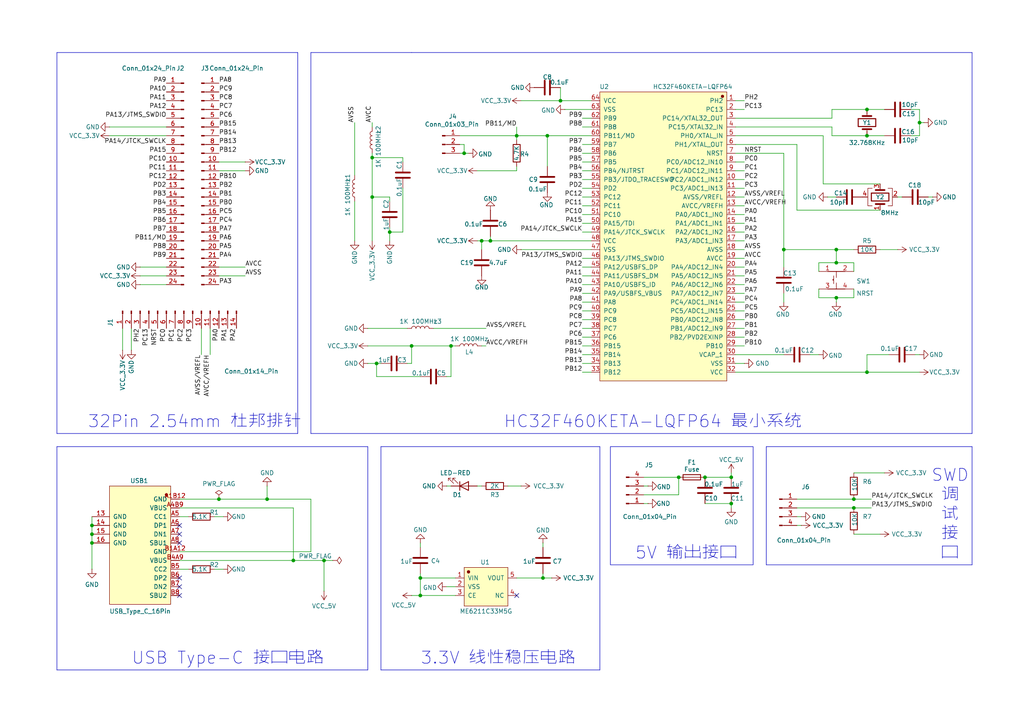
<source format=kicad_sch>
(kicad_sch (version 20231120) (generator "eeschema") (generator_version "8.0")
  (paper "A4")
  (title_block (title "UINIO-MCU-HC32F460KETA") (date "2024-08-20") (rev "Version 1.0.0") (company "UinIO.com 电子技术实验室"))
  (lib_symbols
    (symbol "Connector:Conn_01x03_Pin" (pin_names (offset 1.016) hide)
      (property "Reference" "J" (at 0 5.08 0))
      (property "Value" "Conn_01x03_Pin" (at 0 -5.08 0))
      (symbol "Conn_01x03_Pin_1_1"
        (pin passive line (at 5.08 2.54 180) (length 3.81) (name "Pin_1") (number "1"))
        (pin passive line (at 5.08 0 180) (length 3.81) (name "Pin_2") (number "2"))
        (pin passive line (at 5.08 -2.54 180) (length 3.81) (name "Pin_3") (number "3"))
      )
    )
    (symbol "Connector:Conn_01x04_Pin" (pin_names (offset 1.016) hide)
      (property "Reference" "J" (at 0 5.08 0))
      (property "Value" "Conn_01x04_Pin" (at 0 -7.62 0))
      (symbol "Conn_01x04_Pin_1_1"
        (pin passive line (at 5.08 2.54 180) (length 3.81) (name "Pin_1") (number "1"))
        (pin passive line (at 5.08 0 180) (length 3.81) (name "Pin_2") (number "2"))
        (pin passive line (at 5.08 -2.54 180) (length 3.81) (name "Pin_3") (number "3"))
        (pin passive line (at 5.08 -5.08 180) (length 3.81) (name "Pin_4") (number "4"))
      )
    )
    (symbol "Connector:Conn_01x14_Pin" (pin_names (offset 1.016) hide)
      (property "Reference" "J" (at 0 17.78 0))
      (property "Value" "Conn_01x14_Pin" (at 0 -20.32 0))
      (symbol "Conn_01x14_Pin_1_1"
        (pin passive line (at 5.08 15.24 180) (length 3.81) (name "Pin_1") (number "1"))
        (pin passive line (at 5.08 -7.62 180) (length 3.81) (name "Pin_10") (number "10"))
        (pin passive line (at 5.08 -10.16 180) (length 3.81) (name "Pin_11") (number "11"))
        (pin passive line (at 5.08 -12.7 180) (length 3.81) (name "Pin_12") (number "12"))
        (pin passive line (at 5.08 -15.24 180) (length 3.81) (name "Pin_13") (number "13"))
        (pin passive line (at 5.08 -17.78 180) (length 3.81) (name "Pin_14") (number "14"))
        (pin passive line (at 5.08 12.7 180) (length 3.81) (name "Pin_2") (number "2"))
        (pin passive line (at 5.08 10.16 180) (length 3.81) (name "Pin_3") (number "3"))
        (pin passive line (at 5.08 7.62 180) (length 3.81) (name "Pin_4") (number "4"))
        (pin passive line (at 5.08 5.08 180) (length 3.81) (name "Pin_5") (number "5"))
        (pin passive line (at 5.08 2.54 180) (length 3.81) (name "Pin_6") (number "6"))
        (pin passive line (at 5.08 0 180) (length 3.81) (name "Pin_7") (number "7"))
        (pin passive line (at 5.08 -2.54 180) (length 3.81) (name "Pin_8") (number "8"))
        (pin passive line (at 5.08 -5.08 180) (length 3.81) (name "Pin_9") (number "9"))
      )
    )
    (symbol "Connector:Conn_01x24_Pin" (pin_names (offset 1.016) hide)
      (property "Reference" "J" (at 0 30.48 0))
      (property "Value" "Conn_01x24_Pin" (at 0 -33.02 0))
      (symbol "Conn_01x24_Pin_1_1"
        (pin passive line (at 5.08 27.94 180) (length 3.81) (name "Pin_1") (number "1"))
        (pin passive line (at 5.08 5.08 180) (length 3.81) (name "Pin_10") (number "10"))
        (pin passive line (at 5.08 2.54 180) (length 3.81) (name "Pin_11") (number "11"))
        (pin passive line (at 5.08 0 180) (length 3.81) (name "Pin_12") (number "12"))
        (pin passive line (at 5.08 -2.54 180) (length 3.81) (name "Pin_13") (number "13"))
        (pin passive line (at 5.08 -5.08 180) (length 3.81) (name "Pin_14") (number "14"))
        (pin passive line (at 5.08 -7.62 180) (length 3.81) (name "Pin_15") (number "15"))
        (pin passive line (at 5.08 -10.16 180) (length 3.81) (name "Pin_16") (number "16"))
        (pin passive line (at 5.08 -12.7 180) (length 3.81) (name "Pin_17") (number "17"))
        (pin passive line (at 5.08 -15.24 180) (length 3.81) (name "Pin_18") (number "18"))
        (pin passive line (at 5.08 -17.78 180) (length 3.81) (name "Pin_19") (number "19"))
        (pin passive line (at 5.08 25.4 180) (length 3.81) (name "Pin_2") (number "2"))
        (pin passive line (at 5.08 -20.32 180) (length 3.81) (name "Pin_20") (number "20"))
        (pin passive line (at 5.08 -22.86 180) (length 3.81) (name "Pin_21") (number "21"))
        (pin passive line (at 5.08 -25.4 180) (length 3.81) (name "Pin_22") (number "22"))
        (pin passive line (at 5.08 -27.94 180) (length 3.81) (name "Pin_23") (number "23"))
        (pin passive line (at 5.08 -30.48 180) (length 3.81) (name "Pin_24") (number "24"))
        (pin passive line (at 5.08 22.86 180) (length 3.81) (name "Pin_3") (number "3"))
        (pin passive line (at 5.08 20.32 180) (length 3.81) (name "Pin_4") (number "4"))
        (pin passive line (at 5.08 17.78 180) (length 3.81) (name "Pin_5") (number "5"))
        (pin passive line (at 5.08 15.24 180) (length 3.81) (name "Pin_6") (number "6"))
        (pin passive line (at 5.08 12.7 180) (length 3.81) (name "Pin_7") (number "7"))
        (pin passive line (at 5.08 10.16 180) (length 3.81) (name "Pin_8") (number "8"))
        (pin passive line (at 5.08 7.62 180) (length 3.81) (name "Pin_9") (number "9"))
      )
    )
    (symbol "Device:C" (pin_numbers hide) (pin_names (offset 0.254))
      (property "Reference" "C" (at 0.635 2.54 0))
      (property "Value" "C" (at 0.635 -2.54 0))
      (symbol "C_1_1"
        (pin passive line (at 0 3.81 270) (length 2.794) (name "~") (number "1"))
        (pin passive line (at 0 -3.81 90) (length 2.794) (name "~") (number "2"))
      )
    )
    (symbol "Device:Crystal" (pin_numbers hide) (pin_names (offset 1.016) hide)
      (property "Reference" "Y" (at 0 3.81 0))
      (property "Value" "Crystal" (at 0 -3.81 0))
      (symbol "Crystal_1_1"
        (pin passive line (at -3.81 0 0) (length 1.27) (name "1") (number "1"))
        (pin passive line (at 3.81 0 180) (length 1.27) (name "2") (number "2"))
      )
    )
    (symbol "Device:Crystal_GND24" (pin_names (offset 1.016) hide)
      (property "Reference" "Y" (at 3.175 5.08 0))
      (property "Value" "Crystal_GND24" (at 3.175 3.175 0))
      (symbol "Crystal_GND24_1_1"
        (pin passive line (at -3.81 0 0) (length 1.27) (name "1") (number "1"))
        (pin passive line (at 0 5.08 270) (length 1.27) (name "2") (number "2"))
        (pin passive line (at 3.81 0 180) (length 1.27) (name "3") (number "3"))
        (pin passive line (at 0 -5.08 90) (length 1.27) (name "4") (number "4"))
      )
    )
    (symbol "Device:Fuse" (pin_numbers hide) (pin_names (offset 0))
      (property "Reference" "F" (at 2.032 0 90))
      (property "Value" "Fuse" (at -1.905 0 90))
      (symbol "Fuse_1_1"
        (pin passive line (at 0 3.81 270) (length 1.27) (name "~") (number "1"))
        (pin passive line (at 0 -3.81 90) (length 1.27) (name "~") (number "2"))
      )
    )
    (symbol "Device:L" (pin_numbers hide) (pin_names (offset 1.016) hide)
      (property "Reference" "L" (at -1.27 0 90))
      (property "Value" "L" (at 1.905 0 90))
      (symbol "L_1_1"
        (pin passive line (at 0 3.81 270) (length 1.27) (name "1") (number "1"))
        (pin passive line (at 0 -3.81 90) (length 1.27) (name "2") (number "2"))
      )
    )
    (symbol "Device:LED" (pin_numbers hide) (pin_names (offset 1.016) hide)
      (property "Reference" "D" (at 0 2.54 0))
      (property "Value" "LED" (at 0 -2.54 0))
      (symbol "LED_1_1"
        (pin passive line (at -3.81 0 0) (length 2.54) (name "K") (number "1"))
        (pin passive line (at 3.81 0 180) (length 2.54) (name "A") (number "2"))
      )
    )
    (symbol "Device:R" (pin_numbers hide) (pin_names (offset 0))
      (property "Reference" "R" (at 2.032 0 90))
      (property "Value" "R" (at 0 0 90))
      (symbol "R_1_1"
        (pin passive line (at 0 3.81 270) (length 1.27) (name "~") (number "1"))
        (pin passive line (at 0 -3.81 90) (length 1.27) (name "~") (number "2"))
      )
    )
    (symbol "Uinio:HC32F460KETA-LQFP64" (pin_names (offset 1.016))
      (property "Reference" "U" (at -9.906 44.196 0))
      (property "Value" "HC32F460KETA-LQFP64" (at -10.414 -45.212 0))
      (symbol "HC32F460KETA-LQFP64_1_1"
        (pin input line (at -31.75 39.37 0) (length 2.54) (name "PH2") (number "1"))
        (pin input line (at -31.75 16.51 0) (length 2.54) (name "PC2/ADC1_IN12") (number "10"))
        (pin input line (at -31.75 13.97 0) (length 2.54) (name "PC3/ADC1_IN13") (number "11"))
        (pin input line (at -31.75 11.43 0) (length 2.54) (name "AVSS/VREFL") (number "12"))
        (pin input line (at -31.75 8.89 0) (length 2.54) (name "AVCC/VREFH") (number "13"))
        (pin input line (at -31.75 6.35 0) (length 2.54) (name "PA0/ADC1_IN0") (number "14"))
        (pin input line (at -31.75 3.81 0) (length 2.54) (name "PA1/ADC1_IN1") (number "15"))
        (pin input line (at -31.75 1.27 0) (length 2.54) (name "PA2/ADC1_IN2") (number "16"))
        (pin input line (at -31.75 -1.27 0) (length 2.54) (name "PA3/ADC1_IN3") (number "17"))
        (pin input line (at -31.75 -3.81 0) (length 2.54) (name "AVSS") (number "18"))
        (pin input line (at -31.75 -6.35 0) (length 2.54) (name "AVCC") (number "19"))
        (pin input line (at -31.75 36.83 0) (length 2.54) (name "PC13") (number "2"))
        (pin input line (at -31.75 -8.89 0) (length 2.54) (name "PA4/ADC12_IN4") (number "20"))
        (pin input line (at -31.75 -11.43 0) (length 2.54) (name "PA5/ADC12_IN5") (number "21"))
        (pin input line (at -31.75 -13.97 0) (length 2.54) (name "PA6/ADC12_IN6") (number "22"))
        (pin input line (at -31.75 -16.51 0) (length 2.54) (name "PA7/ADC12_IN7") (number "23"))
        (pin input line (at -31.75 -19.05 0) (length 2.54) (name "PC4/ADC1_IN14") (number "24"))
        (pin input line (at -31.75 -21.59 0) (length 2.54) (name "PC5/ADC1_IN15") (number "25"))
        (pin input line (at -31.75 -24.13 0) (length 2.54) (name "PB0/ADC12_IN8") (number "26"))
        (pin input line (at -31.75 -26.67 0) (length 2.54) (name "PB1/ADC12_IN9") (number "27"))
        (pin input line (at -31.75 -29.21 0) (length 2.54) (name "PB2/PVD2EXINP") (number "28"))
        (pin input line (at -31.75 -31.75 0) (length 2.54) (name "PB10") (number "29"))
        (pin input line (at -31.75 34.29 0) (length 2.54) (name "PC14/XTAL32_OUT") (number "3"))
        (pin input line (at -31.75 -34.29 0) (length 2.54) (name "VCAP_1") (number "30"))
        (pin input line (at -31.75 -36.83 0) (length 2.54) (name "VSS") (number "31"))
        (pin input line (at -31.75 -39.37 0) (length 2.54) (name "VCC") (number "32"))
        (pin input line (at 10.16 -39.37 180) (length 2.54) (name "PB12") (number "33"))
        (pin input line (at 10.16 -36.83 180) (length 2.54) (name "PB13") (number "34"))
        (pin input line (at 10.16 -34.29 180) (length 2.54) (name "PB14") (number "35"))
        (pin input line (at 10.16 -31.75 180) (length 2.54) (name "PB15") (number "36"))
        (pin input line (at 10.16 -29.21 180) (length 2.54) (name "PC6") (number "37"))
        (pin input line (at 10.16 -26.67 180) (length 2.54) (name "PC7") (number "38"))
        (pin input line (at 10.16 -24.13 180) (length 2.54) (name "PC8") (number "39"))
        (pin input line (at -31.75 31.75 0) (length 2.54) (name "PC15/XTAL32_IN") (number "4"))
        (pin input line (at 10.16 -21.59 180) (length 2.54) (name "PC9") (number "40"))
        (pin input line (at 10.16 -19.05 180) (length 2.54) (name "PA8") (number "41"))
        (pin input line (at 10.16 -16.51 180) (length 2.54) (name "PA9/USBFS_VBUS") (number "42"))
        (pin input line (at 10.16 -13.97 180) (length 2.54) (name "PA10/USBFS_ID") (number "43"))
        (pin input line (at 10.16 -11.43 180) (length 2.54) (name "PA11/USBFS_DM") (number "44"))
        (pin input line (at 10.16 -8.89 180) (length 2.54) (name "PA12/USBFS_DP") (number "45"))
        (pin input line (at 10.16 -6.35 180) (length 2.54) (name "PA13/JTMS_SWDIO") (number "46"))
        (pin input line (at 10.16 -3.81 180) (length 2.54) (name "VSS") (number "47"))
        (pin input line (at 10.16 -1.27 180) (length 2.54) (name "VCC") (number "48"))
        (pin input line (at 10.16 1.27 180) (length 2.54) (name "PA14/JTCK_SWCLK") (number "49"))
        (pin input line (at -31.75 29.21 0) (length 2.54) (name "PH0/XTAL_IN") (number "5"))
        (pin input line (at 10.16 3.81 180) (length 2.54) (name "PA15/TDI") (number "50"))
        (pin input line (at 10.16 6.35 180) (length 2.54) (name "PC10") (number "51"))
        (pin input line (at 10.16 8.89 180) (length 2.54) (name "PC11") (number "52"))
        (pin input line (at 10.16 11.43 180) (length 2.54) (name "PC12") (number "53"))
        (pin input line (at 10.16 13.97 180) (length 2.54) (name "PD2") (number "54"))
        (pin input line (at 10.16 16.51 180) (length 2.54) (name "PB3/JTDO_TRACESWO") (number "55"))
        (pin input line (at 10.16 19.05 180) (length 2.54) (name "PB4/NJTRST") (number "56"))
        (pin input line (at 10.16 21.59 180) (length 2.54) (name "PB5") (number "57"))
        (pin input line (at 10.16 24.13 180) (length 2.54) (name "PB6") (number "58"))
        (pin input line (at 10.16 26.67 180) (length 2.54) (name "PB7") (number "59"))
        (pin input line (at -31.75 26.67 0) (length 2.54) (name "PH1/XTAL_OUT") (number "6"))
        (pin input line (at 10.16 29.21 180) (length 2.54) (name "PB11/MD") (number "60"))
        (pin input line (at 10.16 31.75 180) (length 2.54) (name "PB8") (number "61"))
        (pin input line (at 10.16 34.29 180) (length 2.54) (name "PB9") (number "62"))
        (pin input line (at 10.16 36.83 180) (length 2.54) (name "VSS") (number "63"))
        (pin input line (at 10.16 39.37 180) (length 2.54) (name "VCC") (number "64"))
        (pin input line (at -31.75 24.13 0) (length 2.54) (name "NRST") (number "7"))
        (pin input line (at -31.75 21.59 0) (length 2.54) (name "PC0/ADC12_IN10") (number "8"))
        (pin input line (at -31.75 19.05 0) (length 2.54) (name "PC1/ADC12_IN11") (number "9"))
      )
    )
    (symbol "Uinio:ME6211C33M5G" (pin_names (offset 1.016))
      (property "Reference" "U?" (at 0 8.128 0))
      (property "Value" "ME6211C33M5G" (at 0 13.208 0))
      (symbol "ME6211C33M5G_1_1"
        (pin input line (at -8.89 2.54 0) (length 2.54) (name "VIN") (number "1"))
        (pin input line (at -8.89 0 0) (length 2.54) (name "VSS") (number "2"))
        (pin input line (at -8.89 -2.54 0) (length 2.54) (name "CE") (number "3"))
        (pin input line (at 8.89 -2.54 180) (length 2.54) (name "NC") (number "4"))
        (pin input line (at 8.89 2.54 180) (length 2.54) (name "VOUT") (number "5"))
      )
    )
    (symbol "Uinio:SW-YTS_A016S" (pin_names (offset 1.016) hide)
      (property "Reference" "SW" (at 0 5.842 0))
      (property "Value" "SW-YTS_A016S" (at 0 -5.588 0))
      (symbol "SW-YTS_A016S_1_1"
        (pin input line (at -5.08 2.54 0) (length 5.08) (name "1") (number "1"))
        (pin input line (at 5.08 2.54 180) (length 5.08) (name "2") (number "2"))
        (pin input line (at -5.08 -2.54 0) (length 5.08) (name "3") (number "3"))
        (pin input line (at 5.08 -2.54 180) (length 5.08) (name "4") (number "4"))
      )
    )
    (symbol "Uinio:USB_Type_C_16Pin" (pin_names (offset 1.016))
      (property "Reference" "USB" (at -1.524 18.796 0))
      (property "Value" "USB_Type_C_16Pin" (at -1.016 22.86 0))
      (symbol "USB_Type_C_16Pin_1_1"
        (pin input line (at 12.7 7.62 180) (length 5.08) (name "GND") (number "13"))
        (pin input line (at 12.7 5.08 180) (length 5.08) (name "GND") (number "14"))
        (pin input line (at 12.7 2.54 180) (length 5.08) (name "GND") (number "15"))
        (pin input line (at 12.7 0 180) (length 5.08) (name "GND") (number "16"))
        (pin input line (at -12.7 12.7 0) (length 2.54) (name "GND") (number "A1B12"))
        (pin input line (at -12.7 10.16 0) (length 2.54) (name "VBUS") (number "A4B9"))
        (pin input line (at -12.7 7.62 0) (length 2.54) (name "CC1") (number "A5"))
        (pin input line (at -12.7 5.08 0) (length 2.54) (name "DP1") (number "A6"))
        (pin input line (at -12.7 2.54 0) (length 2.54) (name "DN1") (number "A7"))
        (pin input line (at -12.7 0 0) (length 2.54) (name "SBU1") (number "A8"))
        (pin input line (at -12.7 -2.54 0) (length 2.54) (name "GND") (number "B1A12"))
        (pin input line (at -12.7 -5.08 0) (length 2.54) (name "VBUS") (number "B4A9"))
        (pin input line (at -12.7 -7.62 0) (length 2.54) (name "CC2") (number "B5"))
        (pin input line (at -12.7 -10.16 0) (length 2.54) (name "DP2") (number "B6"))
        (pin input line (at -12.7 -12.7 0) (length 2.54) (name "DN2") (number "B7"))
        (pin input line (at -12.7 -15.24 0) (length 2.54) (name "SBU2") (number "B8"))
      )
    )
    (symbol "power:GND" (power) (pin_numbers hide) (pin_names (offset 0) hide)
      (property "Value" "GND" (at 0 -3.81 0))
      (symbol "GND_1_1"
        (pin power_in line (at 0 0 270) (length 0) (name "~") (number "1"))
      )
    )
    (symbol "power:PWR_FLAG" (power) (pin_numbers hide) (pin_names (offset 0) hide)
      (property "Value" "PWR_FLAG" (at 0 3.81 0))
      (symbol "PWR_FLAG_0_0"
        (pin power_out line (at 0 0 90) (length 0) (name "~") (number "1"))
      )
    )
    (symbol "power:VCC" (power) (pin_numbers hide) (pin_names (offset 0) hide)
      (property "Value" "VCC" (at 0 3.556 0))
      (symbol "VCC_1_1"
        (pin power_in line (at 0 0 90) (length 0) (name "~") (number "1"))
      )
    )
  )
  (junction (at 251.46 31.75))
  (junction (at 26.67 152.4))
  (junction (at 212.09 146.05))
  (junction (at 139.7 69.85))
  (junction (at 109.22 105.41))
  (junction (at 158.75 39.37))
  (junction (at 134.62 44.45))
  (junction (at 121.92 167.64))
  (junction (at 142.24 69.85))
  (junction (at 247.65 144.78))
  (junction (at 107.95 57.15))
  (junction (at 77.47 144.78))
  (junction (at 266.7 35.56))
  (junction (at 26.67 157.48))
  (junction (at 85.09 162.56))
  (junction (at 149.86 39.37))
  (junction (at 212.09 138.43))
  (junction (at 93.98 162.56))
  (junction (at 119.38 100.33))
  (junction (at 242.57 76.2))
  (junction (at 227.33 72.39))
  (junction (at 251.46 39.37))
  (junction (at 121.92 172.72))
  (junction (at 242.57 86.36))
  (junction (at 162.56 29.21))
  (junction (at 251.46 107.95))
  (junction (at 63.5 144.78))
  (junction (at 113.03 67.31))
  (junction (at 196.85 138.43))
  (junction (at 204.47 138.43))
  (junction (at 157.48 167.64))
  (junction (at 242.57 72.39))
  (junction (at 107.95 45.72))
  (junction (at 26.67 154.94))
  (junction (at 247.65 147.32))
  (junction (at 130.81 100.33))
  (no_connect (at 52.07 172.72))
  (no_connect (at 149.86 172.72))
  (no_connect (at 52.07 152.4))
  (no_connect (at 52.07 154.94))
  (no_connect (at 52.07 167.64))
  (no_connect (at 52.07 157.48))
  (no_connect (at 52.07 170.18))
  (wire (pts (xy 240.03 57.15) (xy 242.57 57.15)))
  (wire (pts (xy 168.91 90.17) (xy 171.45 90.17)))
  (wire (pts (xy 96.52 162.56) (xy 93.98 162.56)))
  (wire (pts (xy 260.35 57.15) (xy 261.62 57.15)))
  (wire (pts (xy 52.07 160.02) (xy 90.17 160.02)))
  (wire (pts (xy 213.36 39.37) (xy 238.76 39.37)))
  (wire (pts (xy 130.81 109.22) (xy 130.81 100.33)))
  (wire (pts (xy 121.92 167.64) (xy 132.08 167.64)))
  (wire (pts (xy 85.09 147.32) (xy 85.09 162.56)))
  (wire (pts (xy 168.91 52.07) (xy 171.45 52.07)))
  (wire (pts (xy 213.36 29.21) (xy 215.9 29.21)))
  (polyline (pts (xy 110.49 129.54) (xy 173.99 129.54)))
  (wire (pts (xy 215.9 85.09) (xy 213.36 85.09)))
  (wire (pts (xy 168.91 49.53) (xy 171.45 49.53)))
  (wire (pts (xy 162.56 29.21) (xy 171.45 29.21)))
  (wire (pts (xy 139.7 69.85) (xy 142.24 69.85)))
  (polyline (pts (xy 110.49 129.54) (xy 110.49 194.31)))
  (wire (pts (xy 266.7 35.56) (xy 266.7 39.37)))
  (wire (pts (xy 40.64 80.01) (xy 48.26 80.01)))
  (wire (pts (xy 151.13 29.21) (xy 162.56 29.21)))
  (wire (pts (xy 231.14 147.32) (xy 247.65 147.32)))
  (wire (pts (xy 48.26 36.83) (xy 31.75 36.83)))
  (wire (pts (xy 113.03 57.15) (xy 113.03 58.42)))
  (wire (pts (xy 130.81 100.33) (xy 119.38 100.33)))
  (wire (pts (xy 31.75 39.37) (xy 48.26 39.37)))
  (wire (pts (xy 215.9 95.25) (xy 213.36 95.25)))
  (wire (pts (xy 54.61 165.1) (xy 52.07 165.1)))
  (wire (pts (xy 116.84 54.61) (xy 116.84 67.31)))
  (wire (pts (xy 215.9 49.53) (xy 213.36 49.53)))
  (wire (pts (xy 77.47 140.97) (xy 77.47 144.78)))
  (wire (pts (xy 62.23 165.1) (xy 64.77 165.1)))
  (wire (pts (xy 215.9 46.99) (xy 213.36 46.99)))
  (polyline (pts (xy 106.68 194.31) (xy 16.51 194.31)))
  (polyline (pts (xy 281.94 125.73) (xy 90.17 125.73)))
  (wire (pts (xy 186.69 146.05) (xy 187.96 146.05)))
  (wire (pts (xy 231.14 41.91) (xy 231.14 60.96)))
  (polyline (pts (xy 173.99 129.54) (xy 173.99 194.31)))
  (wire (pts (xy 26.67 157.48) (xy 26.67 165.1)))
  (wire (pts (xy 149.86 49.53) (xy 149.86 48.26)))
  (polyline (pts (xy 90.17 15.24) (xy 119.38 15.24)))
  (wire (pts (xy 139.7 140.97) (xy 138.43 140.97)))
  (wire (pts (xy 238.76 39.37) (xy 238.76 53.34)))
  (wire (pts (xy 231.14 144.78) (xy 247.65 144.78)))
  (wire (pts (xy 106.68 105.41) (xy 109.22 105.41)))
  (wire (pts (xy 149.86 167.64) (xy 157.48 167.64)))
  (wire (pts (xy 107.95 35.56) (xy 107.95 36.83)))
  (wire (pts (xy 71.12 77.47) (xy 63.5 77.47)))
  (wire (pts (xy 147.32 140.97) (xy 151.13 140.97)))
  (wire (pts (xy 237.49 78.74) (xy 237.49 76.2)))
  (wire (pts (xy 168.91 46.99) (xy 171.45 46.99)))
  (wire (pts (xy 26.67 154.94) (xy 26.67 157.48)))
  (wire (pts (xy 168.91 95.25) (xy 171.45 95.25)))
  (wire (pts (xy 212.09 137.16) (xy 212.09 138.43)))
  (wire (pts (xy 26.67 149.86) (xy 26.67 152.4)))
  (wire (pts (xy 266.7 39.37) (xy 264.16 39.37)))
  (wire (pts (xy 140.97 100.33) (xy 139.7 100.33)))
  (polyline (pts (xy 222.25 129.54) (xy 222.25 163.83)))
  (wire (pts (xy 213.36 36.83) (xy 241.3 36.83)))
  (wire (pts (xy 247.65 144.78) (xy 252.73 144.78)))
  (wire (pts (xy 215.9 52.07) (xy 213.36 52.07)))
  (wire (pts (xy 119.38 105.41) (xy 118.11 105.41)))
  (wire (pts (xy 227.33 72.39) (xy 242.57 72.39)))
  (wire (pts (xy 48.26 82.55) (xy 40.64 82.55)))
  (wire (pts (xy 26.67 152.4) (xy 26.67 154.94)))
  (wire (pts (xy 255.27 53.34) (xy 238.76 53.34)))
  (wire (pts (xy 162.56 25.4) (xy 162.56 29.21)))
  (wire (pts (xy 168.91 82.55) (xy 171.45 82.55)))
  (wire (pts (xy 237.49 86.36) (xy 237.49 83.82)))
  (wire (pts (xy 35.56 101.6) (xy 35.56 95.25)))
  (wire (pts (xy 247.65 83.82) (xy 247.65 86.36)))
  (wire (pts (xy 168.91 102.87) (xy 171.45 102.87)))
  (wire (pts (xy 168.91 92.71) (xy 171.45 92.71)))
  (wire (pts (xy 242.57 76.2) (xy 237.49 76.2)))
  (wire (pts (xy 85.09 147.32) (xy 52.07 147.32)))
  (polyline (pts (xy 281.94 15.24) (xy 281.94 125.73)))
  (wire (pts (xy 109.22 105.41) (xy 110.49 105.41)))
  (wire (pts (xy 168.91 54.61) (xy 171.45 54.61)))
  (wire (pts (xy 38.1 95.25) (xy 38.1 101.6)))
  (wire (pts (xy 119.38 100.33) (xy 119.38 105.41)))
  (wire (pts (xy 116.84 46.99) (xy 116.84 45.72)))
  (wire (pts (xy 106.68 100.33) (xy 119.38 100.33)))
  (wire (pts (xy 247.65 154.94) (xy 255.27 154.94)))
  (wire (pts (xy 241.3 31.75) (xy 251.46 31.75)))
  (wire (pts (xy 242.57 72.39) (xy 242.57 76.2)))
  (wire (pts (xy 247.65 76.2) (xy 247.65 78.74)))
  (polyline (pts (xy 173.99 194.31) (xy 110.49 194.31)))
  (wire (pts (xy 241.3 39.37) (xy 251.46 39.37)))
  (polyline (pts (xy 16.51 129.54) (xy 106.68 129.54)))
  (wire (pts (xy 134.62 44.45) (xy 133.35 44.45)))
  (wire (pts (xy 107.95 57.15) (xy 113.03 57.15)))
  (wire (pts (xy 163.83 31.75) (xy 171.45 31.75)))
  (wire (pts (xy 213.36 34.29) (xy 241.3 34.29)))
  (wire (pts (xy 63.5 144.78) (xy 77.47 144.78)))
  (wire (pts (xy 157.48 157.48) (xy 157.48 158.75)))
  (wire (pts (xy 168.91 67.31) (xy 171.45 67.31)))
  (wire (pts (xy 237.49 86.36) (xy 242.57 86.36)))
  (wire (pts (xy 168.91 87.63) (xy 171.45 87.63)))
  (wire (pts (xy 168.91 36.83) (xy 171.45 36.83)))
  (wire (pts (xy 60.96 95.25) (xy 60.96 102.87)))
  (wire (pts (xy 227.33 44.45) (xy 213.36 44.45)))
  (wire (pts (xy 102.87 50.8) (xy 102.87 35.56)))
  (wire (pts (xy 71.12 46.99) (xy 63.5 46.99)))
  (wire (pts (xy 264.16 31.75) (xy 266.7 31.75)))
  (polyline (pts (xy 281.94 129.54) (xy 281.94 163.83)))
  (wire (pts (xy 133.35 39.37) (xy 149.86 39.37)))
  (wire (pts (xy 168.91 100.33) (xy 171.45 100.33)))
  (wire (pts (xy 71.12 80.01) (xy 63.5 80.01)))
  (wire (pts (xy 213.36 102.87) (xy 227.33 102.87)))
  (wire (pts (xy 158.75 39.37) (xy 171.45 39.37)))
  (wire (pts (xy 168.91 34.29) (xy 171.45 34.29)))
  (wire (pts (xy 251.46 31.75) (xy 256.54 31.75)))
  (wire (pts (xy 242.57 86.36) (xy 242.57 87.63)))
  (wire (pts (xy 215.9 72.39) (xy 213.36 72.39)))
  (wire (pts (xy 138.43 69.85) (xy 139.7 69.85)))
  (wire (pts (xy 157.48 166.37) (xy 157.48 167.64)))
  (wire (pts (xy 232.41 152.4) (xy 231.14 152.4)))
  (wire (pts (xy 234.95 102.87) (xy 237.49 102.87)))
  (polyline (pts (xy 90.17 125.73) (xy 90.17 15.24)))
  (wire (pts (xy 187.96 140.97) (xy 186.69 140.97)))
  (wire (pts (xy 139.7 69.85) (xy 139.7 72.39)))
  (wire (pts (xy 113.03 67.31) (xy 113.03 66.04)))
  (wire (pts (xy 251.46 102.87) (xy 251.46 107.95)))
  (wire (pts (xy 168.91 62.23) (xy 171.45 62.23)))
  (wire (pts (xy 168.91 105.41) (xy 171.45 105.41)))
  (wire (pts (xy 255.27 72.39) (xy 260.35 72.39)))
  (wire (pts (xy 215.9 69.85) (xy 213.36 69.85)))
  (wire (pts (xy 109.22 109.22) (xy 109.22 105.41)))
  (wire (pts (xy 168.91 64.77) (xy 171.45 64.77)))
  (wire (pts (xy 215.9 97.79) (xy 213.36 97.79)))
  (wire (pts (xy 242.57 86.36) (xy 247.65 86.36)))
  (wire (pts (xy 116.84 67.31) (xy 113.03 67.31)))
  (wire (pts (xy 213.36 57.15) (xy 215.9 57.15)))
  (wire (pts (xy 102.87 69.85) (xy 102.87 58.42)))
  (wire (pts (xy 227.33 85.09) (xy 227.33 87.63)))
  (polyline (pts (xy 119.38 15.24) (xy 281.94 15.24)))
  (wire (pts (xy 62.23 149.86) (xy 64.77 149.86)))
  (polyline (pts (xy 222.25 129.54) (xy 281.94 129.54)))
  (wire (pts (xy 135.89 44.45) (xy 134.62 44.45)))
  (wire (pts (xy 149.86 36.83) (xy 149.86 39.37)))
  (wire (pts (xy 93.98 171.45) (xy 93.98 162.56)))
  (wire (pts (xy 119.38 172.72) (xy 121.92 172.72)))
  (wire (pts (xy 121.92 167.64) (xy 121.92 172.72)))
  (wire (pts (xy 213.36 107.95) (xy 251.46 107.95)))
  (wire (pts (xy 142.24 68.58) (xy 142.24 69.85)))
  (wire (pts (xy 85.09 162.56) (xy 93.98 162.56)))
  (wire (pts (xy 134.62 41.91) (xy 134.62 44.45)))
  (wire (pts (xy 58.42 102.87) (xy 58.42 95.25)))
  (wire (pts (xy 204.47 146.05) (xy 212.09 146.05)))
  (polyline (pts (xy 16.51 129.54) (xy 16.51 194.31)))
  (polyline (pts (xy 106.68 129.54) (xy 106.68 194.31)))
  (wire (pts (xy 149.86 40.64) (xy 149.86 39.37)))
  (wire (pts (xy 186.69 143.51) (xy 196.85 143.51)))
  (wire (pts (xy 48.26 77.47) (xy 40.64 77.47)))
  (wire (pts (xy 215.9 54.61) (xy 213.36 54.61)))
  (wire (pts (xy 196.85 143.51) (xy 196.85 138.43)))
  (wire (pts (xy 90.17 144.78) (xy 90.17 160.02)))
  (wire (pts (xy 247.65 76.2) (xy 242.57 76.2)))
  (wire (pts (xy 121.92 157.48) (xy 121.92 158.75)))
  (polyline (pts (xy 16.51 15.24) (xy 86.36 15.24)))
  (wire (pts (xy 107.95 69.85) (xy 107.95 57.15)))
  (wire (pts (xy 130.81 100.33) (xy 132.08 100.33)))
  (wire (pts (xy 215.9 31.75) (xy 213.36 31.75)))
  (wire (pts (xy 255.27 60.96) (xy 231.14 60.96)))
  (wire (pts (xy 168.91 74.93) (xy 171.45 74.93)))
  (wire (pts (xy 215.9 67.31) (xy 213.36 67.31)))
  (wire (pts (xy 149.86 39.37) (xy 158.75 39.37)))
  (wire (pts (xy 107.95 45.72) (xy 107.95 57.15)))
  (wire (pts (xy 168.91 57.15) (xy 171.45 57.15)))
  (wire (pts (xy 121.92 172.72) (xy 132.08 172.72)))
  (wire (pts (xy 52.07 144.78) (xy 63.5 144.78)))
  (wire (pts (xy 168.91 80.01) (xy 171.45 80.01)))
  (wire (pts (xy 133.35 41.91) (xy 134.62 41.91)))
  (wire (pts (xy 129.54 109.22) (xy 130.81 109.22)))
  (wire (pts (xy 266.7 102.87) (xy 265.43 102.87)))
  (polyline (pts (xy 16.51 15.24) (xy 16.51 125.73)))
  (wire (pts (xy 215.9 87.63) (xy 213.36 87.63)))
  (wire (pts (xy 106.68 95.25) (xy 118.11 95.25)))
  (wire (pts (xy 142.24 69.85) (xy 171.45 69.85)))
  (wire (pts (xy 157.48 167.64) (xy 160.02 167.64)))
  (wire (pts (xy 90.17 144.78) (xy 77.47 144.78)))
  (wire (pts (xy 130.81 140.97) (xy 129.54 140.97)))
  (wire (pts (xy 215.9 62.23) (xy 213.36 62.23)))
  (wire (pts (xy 242.57 72.39) (xy 247.65 72.39)))
  (wire (pts (xy 212.09 147.32) (xy 212.09 146.05)))
  (wire (pts (xy 168.91 44.45) (xy 171.45 44.45)))
  (wire (pts (xy 231.14 149.86) (xy 232.41 149.86)))
  (wire (pts (xy 168.91 97.79) (xy 171.45 97.79)))
  (wire (pts (xy 63.5 49.53) (xy 71.12 49.53)))
  (wire (pts (xy 129.54 170.18) (xy 132.08 170.18)))
  (wire (pts (xy 270.51 57.15) (xy 269.24 57.15)))
  (wire (pts (xy 215.9 105.41) (xy 213.36 105.41)))
  (wire (pts (xy 116.84 45.72) (xy 107.95 45.72)))
  (wire (pts (xy 125.73 95.25) (xy 140.97 95.25)))
  (wire (pts (xy 151.13 72.39) (xy 171.45 72.39)))
  (polyline (pts (xy 86.36 15.24) (xy 86.36 125.73)))
  (wire (pts (xy 215.9 80.01) (xy 213.36 80.01)))
  (wire (pts (xy 113.03 69.85) (xy 113.03 67.31)))
  (wire (pts (xy 158.75 39.37) (xy 158.75 48.26)))
  (wire (pts (xy 168.91 41.91) (xy 171.45 41.91)))
  (wire (pts (xy 52.07 162.56) (xy 85.09 162.56)))
  (wire (pts (xy 251.46 107.95) (xy 266.7 107.95)))
  (wire (pts (xy 168.91 59.69) (xy 171.45 59.69)))
  (polyline (pts (xy 281.94 163.83) (xy 222.25 163.83)))
  (wire (pts (xy 138.43 49.53) (xy 149.86 49.53)))
  (wire (pts (xy 241.3 34.29) (xy 241.3 31.75)))
  (wire (pts (xy 121.92 166.37) (xy 121.92 167.64)))
  (wire (pts (xy 107.95 45.72) (xy 107.95 44.45)))
  (wire (pts (xy 213.36 59.69) (xy 215.9 59.69)))
  (wire (pts (xy 168.91 107.95) (xy 171.45 107.95)))
  (wire (pts (xy 204.47 138.43) (xy 212.09 138.43)))
  (polyline (pts (xy 86.36 125.73) (xy 16.51 125.73)))
  (wire (pts (xy 215.9 77.47) (xy 213.36 77.47)))
  (wire (pts (xy 215.9 74.93) (xy 213.36 74.93)))
  (wire (pts (xy 168.91 77.47) (xy 171.45 77.47)))
  (wire (pts (xy 227.33 72.39) (xy 227.33 77.47)))
  (wire (pts (xy 227.33 44.45) (xy 227.33 72.39)))
  (wire (pts (xy 247.65 137.16) (xy 256.54 137.16)))
  (wire (pts (xy 251.46 39.37) (xy 256.54 39.37)))
  (wire (pts (xy 121.92 109.22) (xy 109.22 109.22)))
  (wire (pts (xy 54.61 149.86) (xy 52.07 149.86)))
  (wire (pts (xy 257.81 102.87) (xy 251.46 102.87)))
  (wire (pts (xy 241.3 39.37) (xy 241.3 36.83)))
  (wire (pts (xy 215.9 90.17) (xy 213.36 90.17)))
  (wire (pts (xy 231.14 41.91) (xy 213.36 41.91)))
  (wire (pts (xy 267.97 35.56) (xy 266.7 35.56)))
  (wire (pts (xy 215.9 92.71) (xy 213.36 92.71)))
  (wire (pts (xy 168.91 85.09) (xy 171.45 85.09)))
  (wire (pts (xy 186.69 138.43) (xy 196.85 138.43)))
  (wire (pts (xy 247.65 147.32) (xy 252.73 147.32)))
  (wire (pts (xy 215.9 64.77) (xy 213.36 64.77)))
  (wire (pts (xy 215.9 100.33) (xy 213.36 100.33)))
  (wire (pts (xy 266.7 31.75) (xy 266.7 35.56)))
  (wire (pts (xy 215.9 82.55) (xy 213.36 82.55)))
  (rectangle (start 177.038 129.54) (end 218.44 163.83))
  (text "SWD\n调\n试\n接\n口" (at 275.59 162.56 0) (effects (font (size 3.5 3.5)) (justify bottom)))
  (text "3.3V 线性稳压电路" (at 121.92 193.04 0) (effects (font (size 3.5 3.5)) (justify left bottom)))
  (text "32Pin 2.54mm 杜邦排针\n" (at 25.4 124.46 0) (effects (font (size 3.5 3.5)) (justify left bottom)))
  (text "HC32F460KETA-LQFP64 最小系统" (at 146.05 124.46 0) (effects (font (size 3.5 3.5)) (justify left bottom)))
  (text "USB Type-C 接口电路" (at 38.1 193.04 0) (effects (font (size 3.5 3.5)) (justify left bottom)))
  (text "5V 输出接口" (at 184.15 162.56 0) (effects (font (size 3.5 3.5)) (justify left bottom)))
  (label "PC2" (at 215.9 52.07 0))
  (label "PB13" (at 168.91 105.41 180))
  (label "PC1" (at 50.8 95.25 270))
  (label "PH2" (at 215.9 29.21 0))
  (label "PA6" (at 63.5 69.85 0))
  (label "PA11" (at 48.26 29.21 180))
  (label "PA11" (at 168.91 80.01 180))
  (label "PB10" (at 63.5 52.07 0))
  (label "PC12" (at 168.91 57.15 180))
  (label "PC7" (at 168.91 95.25 180))
  (label "PA12" (at 168.91 77.47 180))
  (label "AVCC" (at 215.9 74.93 0))
  (label "PA4" (at 215.9 77.47 0))
  (label "PA14{slash}JTCK_SWCLK" (at 168.91 67.31 180))
  (label "PB0" (at 215.9 92.71 0))
  (label "PC6" (at 168.91 97.79 180))
  (label "PB3" (at 48.26 57.15 180))
  (label "PB11{slash}MD" (at 149.86 36.83 180))
  (label "PB3" (at 168.91 52.07 180))
  (label "PA2" (at 215.9 67.31 0))
  (label "PA3" (at 215.9 69.85 0))
  (label "PC8" (at 168.91 92.71 180))
  (label "PC13" (at 43.18 95.25 270))
  (label "AVCC{slash}VREFH" (at 140.97 100.33 0))
  (label "PA9" (at 168.91 85.09 180))
  (label "PB5" (at 48.26 62.23 180))
  (label "PB5" (at 168.91 46.99 180))
  (label "PA15" (at 48.26 44.45 180))
  (label "PA10" (at 48.26 26.67 180))
  (label "PB11{slash}MD" (at 48.26 69.85 180))
  (label "PB1" (at 215.9 95.25 0))
  (label "PB2" (at 215.9 97.79 0))
  (label "PB14" (at 168.91 102.87 180))
  (label "AVSS" (at 102.87 35.56 90))
  (label "PC13" (at 215.9 31.75 0))
  (label "PB4" (at 48.26 59.69 180))
  (label "PC3" (at 55.88 95.25 270))
  (label "PB12" (at 168.91 107.95 180))
  (label "PC0" (at 48.26 95.25 270))
  (label "PA5" (at 63.5 72.39 0))
  (label "PA13{slash}JTMS_SWDIO" (at 252.73 147.32 0))
  (label "PA9" (at 48.26 24.13 180))
  (label "PC11" (at 168.91 59.69 180))
  (label "PB14" (at 63.5 39.37 0))
  (label "PC2" (at 53.34 95.25 270))
  (label "PA4" (at 63.5 74.93 0))
  (label "PB9" (at 48.26 74.93 180))
  (label "NRST" (at 45.72 95.25 270))
  (label "AVCC" (at 107.95 35.56 90))
  (label "PB0" (at 63.5 59.69 0))
  (label "PC12" (at 48.26 52.07 180))
  (label "PC0" (at 215.9 46.99 0))
  (label "PA7" (at 215.9 85.09 0))
  (label "PA2" (at 68.58 95.25 270))
  (label "AVSS" (at 215.9 72.39 0))
  (label "PA0" (at 63.5 95.25 270))
  (label "PB8" (at 48.26 72.39 180))
  (label "PC10" (at 168.91 62.23 180))
  (label "PB6" (at 48.26 64.77 180))
  (label "PA12" (at 48.26 31.75 180))
  (label "PB12" (at 63.5 44.45 0))
  (label "PB10" (at 215.9 100.33 0))
  (label "PB15" (at 168.91 100.33 180))
  (label "NRST" (at 215.9 44.45 0))
  (label "PA1" (at 215.9 64.77 0))
  (label "PA13{slash}JTMS_SWDIO" (at 48.26 34.29 180))
  (label "AVCC{slash}VREFH" (at 215.9 59.69 0))
  (label "PA14{slash}JTCK_SWCLK" (at 48.26 41.91 180))
  (label "PA8" (at 168.91 87.63 180))
  (label "PB7" (at 48.26 67.31 180))
  (label "PC6" (at 63.5 34.29 0))
  (label "PC5" (at 63.5 62.23 0))
  (label "PC5" (at 215.9 90.17 0))
  (label "PC3" (at 215.9 54.61 0))
  (label "PC8" (at 63.5 29.21 0))
  (label "PA15" (at 168.91 64.77 180))
  (label "AVSS{slash}VREFL" (at 215.9 57.15 0))
  (label "PC9" (at 168.91 90.17 180))
  (label "PC4" (at 63.5 64.77 0))
  (label "PA5" (at 215.9 80.01 0))
  (label "PA0" (at 215.9 62.23 0))
  (label "PD2" (at 168.91 54.61 180))
  (label "PB8" (at 168.91 36.83 180))
  (label "PH2" (at 40.64 95.25 270))
  (label "PB2" (at 63.5 54.61 0))
  (label "PC10" (at 48.26 46.99 180))
  (label "AVSS{slash}VREFL" (at 140.97 95.25 0))
  (label "PC4" (at 215.9 87.63 0))
  (label "PC7" (at 63.5 31.75 0))
  (label "PA10" (at 168.91 82.55 180))
  (label "AVCC" (at 71.12 77.47 0))
  (label "PC9" (at 63.5 26.67 0))
  (label "PA1" (at 66.04 95.25 270))
  (label "PD2" (at 48.26 54.61 180))
  (label "PC1" (at 215.9 49.53 0))
  (label "PA14{slash}JTCK_SWCLK" (at 252.73 144.78 0))
  (label "PC11" (at 48.26 49.53 180))
  (label "PA8" (at 63.5 24.13 0))
  (label "PB1" (at 63.5 57.15 0))
  (label "AVCC{slash}VREFH" (at 60.96 102.87 270))
  (label "PB6" (at 168.91 44.45 180))
  (label "AVSS" (at 71.12 80.01 0))
  (label "AVSS{slash}VREFL" (at 58.42 102.87 270))
  (label "PA3" (at 63.5 82.55 0))
  (label "PA13{slash}JTMS_SWDIO" (at 168.91 74.93 180))
  (label "PB15" (at 63.5 36.83 0))
  (label "PB7" (at 168.91 41.91 180))
  (label "PB13" (at 63.5 41.91 0))
  (label "PB4" (at 168.91 49.53 180))
  (label "PB9" (at 168.91 34.29 180))
  (label "PA7" (at 63.5 67.31 0))
  (label "PA6" (at 215.9 82.55 0))
  (symbol (lib_id "Device:L") (at 102.87 54.61 180) (unit 1)
    (property "Reference" "L1" (at 100.838 52.832 90) (effects (justify right)))
    (property "Value" "1K 100MHz" (at 100.838 62.738 90) (effects (justify right)))
    (property "Footprint" "Inductor_SMD:L_0603_1608Metric" (effects (hide yes)))
    (property "Description" "Inductor" (effects (hide yes)))
  )
  (symbol (lib_id "power:GND") (at 212.09 147.32 0) (mirror y) (unit 1)
    (property "Reference" "#PWR045" (effects (hide yes)))
    (property "Value" "GND" (at 212.09 151.384 0))
    (property "Description" "Power symbol creates a global label with name \"GND\" , ground" (effects (hide yes)))
  )
  (symbol (lib_id "power:GND") (at 135.89 44.45 90) (unit 1)
    (property "Reference" "#PWR030" (effects (hide yes)))
    (property "Value" "GND" (at 138.684 44.704 90) (effects (justify right)))
    (property "Description" "Power symbol creates a global label with name \"GND\" , ground" (effects (hide yes)))
  )
  (symbol (lib_id "power:VCC") (at 160.02 167.64 270) (unit 1)
    (property "Reference" "#PWR040" (effects (hide yes)))
    (property "Value" "VCC_3.3V" (at 163.322 167.64 90) (effects (justify left)))
    (property "Description" "Power symbol creates a global label with name \"VCC\"" (effects (hide yes)))
  )
  (symbol (lib_id "Device:C") (at 227.33 81.28 0) (mirror x) (unit 1)
    (property "Reference" "C13" (at 229.108 79.248 0))
    (property "Value" "0.1uF" (at 230.378 83.82 0))
    (property "Footprint" "Capacitor_SMD:C_0603_1608Metric" (effects (hide yes)))
    (property "Description" "Unpolarized capacitor" (effects (hide yes)))
  )
  (symbol (lib_id "Device:R") (at 149.86 44.45 0) (mirror y) (unit 1)
    (property "Reference" "R4" (at 152.146 44.704 0))
    (property "Value" "4.7K" (at 149.86 44.45 90))
    (property "Footprint" "Resistor_SMD:R_0603_1608Metric" (effects (hide yes)))
    (property "Description" "Resistor" (effects (hide yes)))
  )
  (symbol (lib_id "power:GND") (at 151.13 72.39 270) (mirror x) (unit 1)
    (property "Reference" "#PWR035" (effects (hide yes)))
    (property "Value" "GND" (at 148.336 72.39 90) (effects (justify right)))
    (property "Description" "Power symbol creates a global label with name \"GND\" , ground" (effects (hide yes)))
  )
  (symbol (lib_id "Device:C") (at 114.3 105.41 90) (unit 1)
    (property "Reference" "C3" (at 116.586 104.394 90))
    (property "Value" "1uF" (at 111.506 104.394 90))
    (property "Footprint" "Capacitor_SMD:C_0603_1608Metric" (effects (hide yes)))
    (property "Description" "Unpolarized capacitor" (effects (hide yes)))
  )
  (symbol (lib_id "power:GND") (at 129.54 140.97 270) (unit 1)
    (property "Reference" "#PWR028" (effects (hide yes)))
    (property "Value" "GND" (at 124.46 140.97 90))
    (property "Description" "Power symbol creates a global label with name \"GND\" , ground" (effects (hide yes)))
  )
  (symbol (lib_id "power:VCC") (at 107.95 69.85 0) (mirror x) (unit 1)
    (property "Reference" "#PWR020" (effects (hide yes)))
    (property "Value" "VCC_3.3V" (at 107.95 72.644 90) (effects (justify left)))
    (property "Description" "Power symbol creates a global label with name \"VCC\"" (effects (hide yes)))
  )
  (symbol (lib_id "Connector:Conn_01x24_Pin") (at 58.42 52.07 0) (unit 1)
    (property "Reference" "J3" (at 59.436 19.812 0))
    (property "Value" "Conn_01x24_Pin" (at 68.58 19.812 0))
    (property "Footprint" "Connector_PinHeader_2.54mm:PinHeader_1x24_P2.54mm_Vertical" (effects (hide yes)))
    (property "Description" "Generic connector, single row, 01x24, script generated" (effects (hide yes)))
  )
  (symbol (lib_id "power:VCC") (at 106.68 100.33 90) (mirror x) (unit 1)
    (property "Reference" "#PWR019" (effects (hide yes)))
    (property "Value" "VCC_3.3V" (at 103.886 100.33 90) (effects (justify left)))
    (property "Description" "Power symbol creates a global label with name \"VCC\"" (effects (hide yes)))
  )
  (symbol (lib_id "power:VCC") (at 138.43 49.53 90) (unit 1)
    (property "Reference" "#PWR031" (effects (hide yes)))
    (property "Value" "VCC_3.3V" (at 135.636 49.53 90) (effects (justify left)))
    (property "Description" "Power symbol creates a global label with name \"VCC\"" (effects (hide yes)))
  )
  (symbol (lib_id "power:VCC") (at 119.38 172.72 90) (unit 1)
    (property "Reference" "#PWR025" (effects (hide yes)))
    (property "Value" "VCC_5V" (at 120.65 175.514 90) (effects (justify left)))
    (property "Description" "Power symbol creates a global label with name \"VCC\"" (effects (hide yes)))
  )
  (symbol (lib_id "Connector:Conn_01x04_Pin") (at 181.61 143.51 0) (mirror x) (unit 1)
    (property "Reference" "J5" (at 188.214 134.874 0))
    (property "Value" "Conn_01x04_Pin" (at 188.468 149.86 0))
    (property "Footprint" "Connector_PinHeader_2.54mm:PinHeader_1x04_P2.54mm_Vertical" (effects (hide yes)))
    (property "Description" "Generic connector, single row, 01x04, script generated" (effects (hide yes)))
  )
  (symbol (lib_id "Device:C") (at 260.35 39.37 270) (mirror x) (unit 1)
    (property "Reference" "C16" (at 263.398 38.227 90))
    (property "Value" "10pF" (at 264.033 40.64 90))
    (property "Footprint" "Capacitor_SMD:C_0603_1608Metric" (effects (hide yes)))
    (property "Description" "Unpolarized capacitor" (effects (hide yes)))
  )
  (symbol (lib_id "Device:C") (at 113.03 62.23 180) (unit 1)
    (property "Reference" "C2" (at 112.014 59.182 90))
    (property "Value" "1uF" (at 112.014 65.024 90))
    (property "Footprint" "Capacitor_SMD:C_0603_1608Metric" (effects (hide yes)))
    (property "Description" "Unpolarized capacitor" (effects (hide yes)))
  )
  (symbol (lib_id "Device:R") (at 251.46 72.39 90) (mirror x) (unit 1)
    (property "Reference" "R5" (at 251.46 69.85 90))
    (property "Value" "10K" (at 251.46 72.39 90))
    (property "Footprint" "Resistor_SMD:R_0603_1608Metric" (effects (hide yes)))
    (property "Description" "Resistor" (effects (hide yes)))
  )
  (symbol (lib_id "power:VCC") (at 260.35 72.39 270) (unit 1)
    (property "Reference" "#PWR053" (effects (hide yes)))
    (property "Value" "VCC_3.3V" (at 263.652 72.39 90) (effects (justify left)))
    (property "Description" "Power symbol creates a global label with name \"VCC\"" (effects (hide yes)))
  )
  (symbol (lib_id "power:GND") (at 26.67 165.1 0) (unit 1)
    (property "Reference" "#PWR01" (effects (hide yes)))
    (property "Value" "GND" (at 26.67 169.545 0))
    (property "Description" "Power symbol creates a global label with name \"GND\" , ground" (effects (hide yes)))
  )
  (symbol (lib_id "power:VCC") (at 31.75 39.37 90) (mirror x) (unit 1)
    (property "Reference" "#PWR03" (effects (hide yes)))
    (property "Value" "VCC_3.3V" (at 28.956 39.37 90) (effects (justify left)))
    (property "Description" "Power symbol creates a global label with name \"VCC\"" (effects (hide yes)))
  )
  (symbol (lib_id "power:GND") (at 266.7 102.87 90) (unit 1)
    (property "Reference" "#PWR054" (effects (hide yes)))
    (property "Value" "GND" (at 271.526 102.87 90))
    (property "Description" "Power symbol creates a global label with name \"GND\" , ground" (effects (hide yes)))
  )
  (symbol (lib_id "power:GND") (at 187.96 140.97 90) (mirror x) (unit 1)
    (property "Reference" "#PWR042" (effects (hide yes)))
    (property "Value" "GND" (at 192.532 141.224 90))
    (property "Description" "Power symbol creates a global label with name \"GND\" , ground" (effects (hide yes)))
  )
  (symbol (lib_id "power:GND") (at 139.7 80.01 0) (mirror y) (unit 1)
    (property "Reference" "#PWR060" (effects (hide yes)))
    (property "Value" "GND" (at 139.7 83.312 0))
    (property "Description" "Power symbol creates a global label with name \"GND\" , ground" (effects (hide yes)))
  )
  (symbol (lib_id "power:VCC") (at 93.98 171.45 180) (unit 1)
    (property "Reference" "#PWR013" (effects (hide yes)))
    (property "Value" "VCC_5V" (at 93.98 175.768 0))
    (property "Description" "Power symbol creates a global label with name \"VCC\"" (effects (hide yes)))
  )
  (symbol (lib_id "Uinio:HC32F460KETA-LQFP64") (at 181.61 68.58 0) (mirror y) (unit 1)
    (property "Reference" "U2" (at 175.26 25.146 0))
    (property "Value" "HC32F460KETA-LQFP64" (at 200.914 25.146 0))
    (property "Footprint" "Uinio:LQFP-64_L10.0-W10.0-P0.50-LS12.0-BL" (effects (hide yes)))
    (property "Datasheet" "http://www.szlcsc.com/product/details_840410.html" (effects (hide yes)))
    (property "SuppliersPartNumber" "C784659" (effects (hide yes)))
    (property "uuid" "std:dcbfc5ca6b42494e89532afa757d5acb" (effects (hide yes)))
  )
  (symbol (lib_id "Device:R") (at 58.42 165.1 90) (unit 1)
    (property "Reference" "R2" (at 63.5 163.83 90) (effects (justify left)))
    (property "Value" "5.1K" (at 60.198 165.1 90) (effects (justify left)))
    (property "Footprint" "Resistor_SMD:R_0603_1608Metric" (effects (hide yes)))
    (property "Description" "Resistor" (effects (hide yes)))
  )
  (symbol (lib_id "power:GND") (at 38.1 101.6 0) (unit 1)
    (property "Reference" "#PWR05" (effects (hide yes)))
    (property "Value" "GND" (at 38.1 104.394 90) (effects (justify right)))
    (property "Description" "Power symbol creates a global label with name \"GND\" , ground" (effects (hide yes)))
  )
  (symbol (lib_id "power:GND") (at 237.49 102.87 90) (unit 1)
    (property "Reference" "#PWR049" (effects (hide yes)))
    (property "Value" "GND" (at 242.316 103.124 90))
    (property "Description" "Power symbol creates a global label with name \"GND\" , ground" (effects (hide yes)))
  )
  (symbol (lib_id "Device:Fuse") (at 200.66 138.43 90) (unit 1)
    (property "Reference" "F1" (at 200.66 134.112 90))
    (property "Value" "Fuse" (at 200.66 136.144 90))
    (property "Footprint" "Fuse:Fuse_1206_3216Metric" (effects (hide yes)))
    (property "Description" "Fuse" (effects (hide yes)))
  )
  (symbol (lib_id "Connector:Conn_01x24_Pin") (at 53.34 52.07 0) (mirror y) (unit 1)
    (property "Reference" "J2" (at 52.324 19.812 0))
    (property "Value" "Conn_01x24_Pin" (at 43.18 19.812 0))
    (property "Footprint" "Connector_PinHeader_2.54mm:PinHeader_1x24_P2.54mm_Vertical" (effects (hide yes)))
    (property "Description" "Generic connector, single row, 01x24, script generated" (effects (hide yes)))
  )
  (symbol (lib_id "Device:C") (at 116.84 50.8 180) (unit 1)
    (property "Reference" "C1" (at 115.824 47.752 90))
    (property "Value" "0.1uF" (at 115.824 54.356 90))
    (property "Footprint" "Capacitor_SMD:C_0603_1608Metric" (effects (hide yes)))
    (property "Description" "Unpolarized capacitor" (effects (hide yes)))
  )
  (symbol (lib_id "power:VCC") (at 151.13 29.21 90) (unit 1)
    (property "Reference" "#PWR034" (effects (hide yes)))
    (property "Value" "VCC_3.3V" (at 148.336 29.21 90) (effects (justify left)))
    (property "Description" "Power symbol creates a global label with name \"VCC\"" (effects (hide yes)))
  )
  (symbol (lib_id "Device:C") (at 260.35 31.75 270) (mirror x) (unit 1)
    (property "Reference" "C15" (at 263.525 33.02 90))
    (property "Value" "10pF" (at 263.906 30.353 90))
    (property "Footprint" "Capacitor_SMD:C_0603_1608Metric" (effects (hide yes)))
    (property "Description" "Unpolarized capacitor" (effects (hide yes)))
  )
  (symbol (lib_id "Device:C") (at 142.24 64.77 0) (unit 1)
    (property "Reference" "C6" (at 145.796 65.024 0))
    (property "Value" "0.1uF" (at 137.414 65.024 0))
    (property "Footprint" "Capacitor_SMD:C_0603_1608Metric" (effects (hide yes)))
    (property "Description" "Unpolarized capacitor" (effects (hide yes)))
  )
  (symbol (lib_id "power:VCC") (at 138.43 69.85 90) (unit 1)
    (property "Reference" "#PWR032" (effects (hide yes)))
    (property "Value" "VCC_3.3V" (at 135.636 69.85 90) (effects (justify left)))
    (property "Description" "Power symbol creates a global label with name \"VCC\"" (effects (hide yes)))
  )
  (symbol (lib_id "power:PWR_FLAG") (at 63.5 144.78 0) (unit 1)
    (property "Reference" "#FLG01" (effects (hide yes)))
    (property "Value" "PWR_FLAG" (at 63.5 140.335 0))
    (property "Description" "Special symbol for telling ERC where power comes from" (effects (hide yes)))
  )
  (symbol (lib_id "power:VCC") (at 35.56 101.6 180) (unit 1)
    (property "Reference" "#PWR04" (effects (hide yes)))
    (property "Value" "VCC_3.3V" (at 35.56 104.394 90) (effects (justify left)))
    (property "Description" "Power symbol creates a global label with name \"VCC\"" (effects (hide yes)))
  )
  (symbol (lib_id "Connector:Conn_01x03_Pin") (at 128.27 41.91 0) (unit 1)
    (property "Reference" "J4" (at 131.318 33.782 0))
    (property "Value" "Conn_01x03_Pin" (at 131.064 36.068 0))
    (property "Footprint" "Connector_PinHeader_2.54mm:PinHeader_1x03_P2.54mm_Vertical" (effects (hide yes)))
    (property "Description" "Generic connector, single row, 01x03, script generated" (effects (hide yes)))
  )
  (symbol (lib_id "Device:C") (at 231.14 102.87 270) (mirror x) (unit 1)
    (property "Reference" "C12" (at 234.188 101.6 90))
    (property "Value" "0.1uF" (at 227.33 101.6 90))
    (property "Footprint" "Capacitor_SMD:C_0603_1608Metric" (effects (hide yes)))
    (property "Description" "Unpolarized capacitor" (effects (hide yes)))
  )
  (symbol (lib_id "power:GND") (at 71.12 49.53 90) (mirror x) (unit 1)
    (property "Reference" "#PWR011" (effects (hide yes)))
    (property "Value" "GND" (at 73.914 49.53 90) (effects (justify right)))
    (property "Description" "Power symbol creates a global label with name \"GND\" , ground" (effects (hide yes)))
  )
  (symbol (lib_id "power:GND") (at 113.03 69.85 0) (mirror y) (unit 1)
    (property "Reference" "#PWR027" (effects (hide yes)))
    (property "Value" "GND" (at 113.03 74.676 90))
    (property "Description" "Power symbol creates a global label with name \"GND\" , ground" (effects (hide yes)))
  )
  (symbol (lib_id "Device:LED") (at 134.62 140.97 0) (mirror x) (unit 1)
    (property "Reference" "D1" (at 133.985 143.51 0) (effects (justify right)))
    (property "Value" "LED-RED" (at 136.525 137.16 0) (effects (justify right)))
    (property "Footprint" "LED_SMD:LED_0603_1608Metric" (effects (hide yes)))
    (property "Description" "Light emitting diode" (effects (hide yes)))
  )
  (symbol (lib_id "Device:R") (at 247.65 151.13 0) (unit 1)
    (property "Reference" "R7" (at 250.19 149.8599 0) (effects (justify left)))
    (property "Value" "10K" (at 247.904 152.654 90) (effects (justify left)))
    (property "Footprint" "Resistor_SMD:R_0603_1608Metric" (effects (hide yes)))
    (property "Description" "Resistor" (effects (hide yes)))
  )
  (symbol (lib_id "Uinio:ME6211C33M5G") (at 140.97 170.18 0) (unit 1)
    (property "Reference" "U1" (at 140.716 163.068 0))
    (property "Value" "ME6211C33M5G" (at 140.97 177.292 0))
    (property "Footprint" "Uinio:SOT-23-5_L3.0-W1.7-P0.95-LS2.8-BL" (effects (hide yes)))
    (property "Datasheet" "http://www.szlcsc.com/product/details_84106.html" (effects (hide yes)))
    (property "SuppliersPartNumber" "C82942" (effects (hide yes)))
    (property "uuid" "std:9bb3ef84a78d1de2fb3f7c22892c0e2e" (effects (hide yes)))
  )
  (symbol (lib_id "power:PWR_FLAG") (at 96.52 162.56 270) (unit 1)
    (property "Reference" "#FLG02" (effects (hide yes)))
    (property "Value" "PWR_FLAG" (at 91.44 161.29 90))
    (property "Description" "Special symbol for telling ERC where power comes from" (effects (hide yes)))
  )
  (symbol (lib_id "power:VCC") (at 212.09 137.16 0) (mirror y) (unit 1)
    (property "Reference" "#PWR044" (effects (hide yes)))
    (property "Value" "VCC_5V" (at 212.09 133.35 0))
    (property "Description" "Power symbol creates a global label with name \"VCC\"" (effects (hide yes)))
  )
  (symbol (lib_id "Device:R") (at 143.51 140.97 90) (unit 1)
    (property "Reference" "R3" (at 143.51 143.51 90))
    (property "Value" "2K" (at 143.51 140.97 90))
    (property "Footprint" "Resistor_SMD:R_0603_1608Metric" (effects (hide yes)))
    (property "Description" "Resistor" (effects (hide yes)))
  )
  (symbol (lib_id "power:GND") (at 102.87 69.85 0) (mirror y) (unit 1)
    (property "Reference" "#PWR017" (effects (hide yes)))
    (property "Value" "GND" (at 102.87 72.644 90) (effects (justify right)))
    (property "Description" "Power symbol creates a global label with name \"GND\" , ground" (effects (hide yes)))
  )
  (symbol (lib_id "power:VCC") (at 40.64 80.01 90) (mirror x) (unit 1)
    (property "Reference" "#PWR07" (effects (hide yes)))
    (property "Value" "VCC_3.3V" (at 37.846 80.01 90) (effects (justify left)))
    (property "Description" "Power symbol creates a global label with name \"VCC\"" (effects (hide yes)))
  )
  (symbol (lib_id "Device:L") (at 121.92 95.25 90) (unit 1)
    (property "Reference" "L3" (at 125.73 93.218 90) (effects (justify right)))
    (property "Value" "1K 100MHz" (at 115.824 93.218 90) (effects (justify right)))
    (property "Footprint" "Inductor_SMD:L_0603_1608Metric" (effects (hide yes)))
    (property "Description" "Inductor" (effects (hide yes)))
  )
  (symbol (lib_id "Uinio:USB_Type_C_16Pin") (at 39.37 157.48 0) (mirror y) (unit 1)
    (property "Reference" "USB1" (at 40.386 139.446 0))
    (property "Value" "USB_Type_C_16Pin" (at 40.64 177.292 0))
    (property "Footprint" "Uinio:USB_Type_C_16Pin" (effects (hide yes)))
    (property "SuppliersPartNumber" "C2835315" (effects (hide yes)))
    (property "uuid" "std:a4a246a50f944769b2896c50f579360f" (effects (hide yes)))
  )
  (symbol (lib_id "power:GND") (at 270.51 57.15 90) (unit 1)
    (property "Reference" "#PWR057" (effects (hide yes)))
    (property "Value" "GND" (at 273.304 57.15 90) (effects (justify right)))
    (property "Description" "Power symbol creates a global label with name \"GND\" , ground" (effects (hide yes)))
  )
  (symbol (lib_id "Device:C") (at 125.73 109.22 90) (unit 1)
    (property "Reference" "C5" (at 128.016 108.204 90))
    (property "Value" "0.1uF" (at 122.174 108.204 90))
    (property "Footprint" "Capacitor_SMD:C_0603_1608Metric" (effects (hide yes)))
    (property "Description" "Unpolarized capacitor" (effects (hide yes)))
  )
  (symbol (lib_id "Device:Crystal") (at 251.46 35.56 90) (unit 1)
    (property "Reference" "Y1" (at 251.46 35.56 90))
    (property "Value" "32.768KHz" (at 251.46 41.402 90))
    (property "Footprint" "Crystal:Crystal_SMD_3215-2Pin_3.2x1.5mm" (effects (hide yes)))
    (property "Description" "Two pin crystal" (effects (hide yes)))
  )
  (symbol (lib_id "power:GND") (at 106.68 95.25 270) (mirror x) (unit 1)
    (property "Reference" "#PWR018" (effects (hide yes)))
    (property "Value" "GND" (at 103.886 95.25 90) (effects (justify right)))
    (property "Description" "Power symbol creates a global label with name \"GND\" , ground" (effects (hide yes)))
  )
  (symbol (lib_id "Connector:Conn_01x14_Pin") (at 50.8 90.17 90) (mirror x) (unit 1)
    (property "Reference" "J1" (at 32.004 94.742 0) (effects (justify right)))
    (property "Value" "Conn_01x14_Pin" (at 65.024 107.696 90) (effects (justify right)))
    (property "Footprint" "Connector_PinHeader_2.54mm:PinHeader_1x14_P2.54mm_Vertical" (effects (hide yes)))
    (property "Description" "Generic connector, single row, 01x14, script generated" (effects (hide yes)))
  )
  (symbol (lib_id "Device:R") (at 247.65 140.97 0) (unit 1)
    (property "Reference" "R6" (at 250.19 139.6999 0) (effects (justify left)))
    (property "Value" "10K" (at 247.904 142.494 90) (effects (justify left)))
    (property "Footprint" "Resistor_SMD:R_0603_1608Metric" (effects (hide yes)))
    (property "Description" "Resistor" (effects (hide yes)))
  )
  (symbol (lib_id "power:GND") (at 227.33 87.63 0) (unit 1)
    (property "Reference" "#PWR048" (effects (hide yes)))
    (property "Value" "GND" (at 229.108 91.186 0) (effects (justify right)))
    (property "Description" "Power symbol creates a global label with name \"GND\" , ground" (effects (hide yes)))
  )
  (symbol (lib_id "Device:C") (at 139.7 76.2 180) (unit 1)
    (property "Reference" "C19" (at 135.382 76.2 0))
    (property "Value" "4.7uF" (at 144.526 76.2 0))
    (property "Footprint" "Capacitor_SMD:C_0603_1608Metric" (effects (hide yes)))
    (property "Description" "Unpolarized capacitor" (effects (hide yes)))
  )
  (symbol (lib_id "Device:R") (at 58.42 149.86 90) (unit 1)
    (property "Reference" "R1" (at 63.5 148.59 90) (effects (justify left)))
    (property "Value" "5.1K" (at 60.198 149.86 90) (effects (justify left)))
    (property "Footprint" "Resistor_SMD:R_0603_1608Metric" (effects (hide yes)))
    (property "Description" "Resistor" (effects (hide yes)))
  )
  (symbol (lib_id "power:GND") (at 242.57 87.63 0) (unit 1)
    (property "Reference" "#PWR058" (effects (hide yes)))
    (property "Value" "GND" (at 244.348 91.186 0) (effects (justify right)))
    (property "Description" "Power symbol creates a global label with name \"GND\" , ground" (effects (hide yes)))
  )
  (symbol (lib_id "Device:C") (at 158.75 25.4 90) (mirror x) (unit 1)
    (property "Reference" "C8" (at 158.75 22.352 90))
    (property "Value" "0.1uF" (at 162.306 23.876 90))
    (property "Footprint" "Capacitor_SMD:C_0603_1608Metric" (effects (hide yes)))
    (property "Description" "Unpolarized capacitor" (effects (hide yes)))
  )
  (symbol (lib_id "power:GND") (at 157.48 157.48 180) (unit 1)
    (property "Reference" "#PWR038" (effects (hide yes)))
    (property "Value" "GND" (at 157.48 153.797 0))
    (property "Description" "Power symbol creates a global label with name \"GND\" , ground" (effects (hide yes)))
  )
  (symbol (lib_id "Device:C") (at 121.92 162.56 0) (unit 1)
    (property "Reference" "C4" (at 124.968 162.687 0) (effects (justify left)))
    (property "Value" "1uF" (at 116.078 162.814 0) (effects (justify left)))
    (property "Footprint" "Capacitor_SMD:C_0603_1608Metric" (effects (hide yes)))
    (property "Description" "Unpolarized capacitor" (effects (hide yes)))
  )
  (symbol (lib_id "Device:C") (at 204.47 142.24 180) (unit 1)
    (property "Reference" "C10" (at 206.248 144.526 0))
    (property "Value" "0.1uF" (at 207.01 140.462 0))
    (property "Footprint" "Capacitor_SMD:C_0603_1608Metric" (effects (hide yes)))
    (property "Description" "Unpolarized capacitor" (effects (hide yes)))
  )
  (symbol (lib_id "power:GND") (at 64.77 165.1 90) (unit 1)
    (property "Reference" "#PWR09" (effects (hide yes)))
    (property "Value" "GND" (at 69.215 165.1 90))
    (property "Description" "Power symbol creates a global label with name \"GND\" , ground" (effects (hide yes)))
  )
  (symbol (lib_id "power:GND") (at 121.92 157.48 180) (unit 1)
    (property "Reference" "#PWR026" (effects (hide yes)))
    (property "Value" "GND" (at 121.92 153.67 0))
    (property "Description" "Power symbol creates a global label with name \"GND\" , ground" (effects (hide yes)))
  )
  (symbol (lib_id "power:GND") (at 64.77 149.86 90) (unit 1)
    (property "Reference" "#PWR08" (effects (hide yes)))
    (property "Value" "GND" (at 69.215 149.86 90))
    (property "Description" "Power symbol creates a global label with name \"GND\" , ground" (effects (hide yes)))
  )
  (symbol (lib_id "power:GND") (at 77.47 140.97 180) (unit 1)
    (property "Reference" "#PWR012" (effects (hide yes)))
    (property "Value" "GND" (at 77.47 137.16 0))
    (property "Description" "Power symbol creates a global label with name \"GND\" , ground" (effects (hide yes)))
  )
  (symbol (lib_id "power:GND") (at 215.9 105.41 90) (unit 1)
    (property "Reference" "#PWR046" (effects (hide yes)))
    (property "Value" "GND" (at 219.075 105.41 90) (effects (justify right)))
    (property "Description" "Power symbol creates a global label with name \"GND\" , ground" (effects (hide yes)))
  )
  (symbol (lib_id "power:GND") (at 158.75 55.88 0) (unit 1)
    (property "Reference" "#PWR039" (effects (hide yes)))
    (property "Value" "GND" (at 160.528 59.436 0) (effects (justify right)))
    (property "Description" "Power symbol creates a global label with name \"GND\" , ground" (effects (hide yes)))
  )
  (symbol (lib_id "Device:C") (at 212.09 142.24 180) (unit 1)
    (property "Reference" "C11" (at 213.868 144.526 0))
    (property "Value" "1uF" (at 213.868 140.462 0))
    (property "Footprint" "Capacitor_SMD:C_0603_1608Metric" (effects (hide yes)))
    (property "Description" "Unpolarized capacitor" (effects (hide yes)))
  )
  (symbol (lib_id "power:GND") (at 142.24 60.96 0) (mirror x) (unit 1)
    (property "Reference" "#PWR033" (effects (hide yes)))
    (property "Value" "GND" (at 142.24 57.658 0))
    (property "Description" "Power symbol creates a global label with name \"GND\" , ground" (effects (hide yes)))
  )
  (symbol (lib_id "Device:C") (at 158.75 52.07 0) (mirror x) (unit 1)
    (property "Reference" "C9" (at 154.686 52.07 0))
    (property "Value" "0.1uF" (at 155.956 54.864 0))
    (property "Footprint" "Capacitor_SMD:C_0603_1608Metric" (effects (hide yes)))
    (property "Description" "Unpolarized capacitor" (effects (hide yes)))
  )
  (symbol (lib_id "power:GND") (at 154.94 25.4 270) (unit 1)
    (property "Reference" "#PWR037" (effects (hide yes)))
    (property "Value" "GND" (at 150.114 25.4 90))
    (property "Description" "Power symbol creates a global label with name \"GND\" , ground" (effects (hide yes)))
  )
  (symbol (lib_id "power:GND") (at 267.97 35.56 90) (unit 1)
    (property "Reference" "#PWR056" (effects (hide yes)))
    (property "Value" "GND" (at 270.764 35.56 90) (effects (justify right)))
    (property "Description" "Power symbol creates a global label with name \"GND\" , ground" (effects (hide yes)))
  )
  (symbol (lib_id "Device:C") (at 157.48 162.56 0) (unit 1)
    (property "Reference" "C7" (at 160.274 162.814 0) (effects (justify left)))
    (property "Value" "1uF" (at 151.638 162.814 0) (effects (justify left)))
    (property "Footprint" "Capacitor_SMD:C_0603_1608Metric" (effects (hide yes)))
    (property "Description" "Unpolarized capacitor" (effects (hide yes)))
  )
  (symbol (lib_id "power:VCC") (at 71.12 46.99 270) (mirror x) (unit 1)
    (property "Reference" "#PWR010" (effects (hide yes)))
    (property "Value" "VCC_3.3V" (at 73.914 46.99 90) (effects (justify left)))
    (property "Description" "Power symbol creates a global label with name \"VCC\"" (effects (hide yes)))
  )
  (symbol (lib_id "power:VCC") (at 232.41 152.4 270) (unit 1)
    (property "Reference" "#PWR047" (effects (hide yes)))
    (property "Value" "VCC_3.3V" (at 235.712 152.4 90) (effects (justify left)))
    (property "Description" "Power symbol creates a global label with name \"VCC\"" (effects (hide yes)))
  )
  (symbol (lib_id "Device:C") (at 261.62 102.87 270) (mirror x) (unit 1)
    (property "Reference" "C17" (at 264.16 101.092 90))
    (property "Value" "0.1uF" (at 258.064 101.092 90))
    (property "Footprint" "Capacitor_SMD:C_0603_1608Metric" (effects (hide yes)))
    (property "Description" "Unpolarized capacitor" (effects (hide yes)))
  )
  (symbol (lib_id "Device:Crystal_GND24") (at 255.27 57.15 270) (mirror x) (unit 1)
    (property "Reference" "Y2" (at 255.27 57.15 90))
    (property "Value" "8MHz" (at 258.064 61.722 90))
    (property "Footprint" "Crystal:Crystal_SMD_3225-4Pin_3.2x2.5mm" (effects (hide yes)))
    (property "Description" "Four pin crystal, GND on pins 2 and 4" (effects (hide yes)))
  )
  (symbol (lib_id "power:GND") (at 40.64 82.55 270) (mirror x) (unit 1)
    (property "Reference" "#PWR059" (effects (hide yes)))
    (property "Value" "GND" (at 37.846 82.55 90) (effects (justify right)))
    (property "Description" "Power symbol creates a global label with name \"GND\" , ground" (effects (hide yes)))
  )
  (symbol (lib_id "Device:L") (at 107.95 40.64 180) (unit 1)
    (property "Reference" "L2" (at 109.728 38.862 90) (effects (justify right)))
    (property "Value" "1K 100MHz" (at 109.728 48.768 90) (effects (justify right)))
    (property "Footprint" "Inductor_SMD:L_0603_1608Metric" (effects (hide yes)))
    (property "Description" "Inductor" (effects (hide yes)))
  )
  (symbol (lib_id "power:GND") (at 106.68 105.41 270) (mirror x) (unit 1)
    (property "Reference" "#PWR022" (effects (hide yes)))
    (property "Value" "GND" (at 101.854 105.41 90))
    (property "Description" "Power symbol creates a global label with name \"GND\" , ground" (effects (hide yes)))
  )
  (symbol (lib_id "power:GND") (at 232.41 149.86 90) (mirror x) (unit 1)
    (property "Reference" "#PWR014" (effects (hide yes)))
    (property "Value" "GND" (at 237.49 149.86 90))
    (property "Description" "Power symbol creates a global label with name \"GND\" , ground" (effects (hide yes)))
  )
  (symbol (lib_id "power:GND") (at 40.64 77.47 270) (mirror x) (unit 1)
    (property "Reference" "#PWR06" (effects (hide yes)))
    (property "Value" "GND" (at 37.846 77.47 90) (effects (justify right)))
    (property "Description" "Power symbol creates a global label with name \"GND\" , ground" (effects (hide yes)))
  )
  (symbol (lib_id "power:GND") (at 31.75 36.83 270) (mirror x) (unit 1)
    (property "Reference" "#PWR02" (effects (hide yes)))
    (property "Value" "GND" (at 28.956 36.83 90) (effects (justify right)))
    (property "Description" "Power symbol creates a global label with name \"GND\" , ground" (effects (hide yes)))
  )
  (symbol (lib_id "Uinio:SW-YTS_A016S") (at 242.57 81.28 0) (unit 1)
    (property "Reference" "SW1" (at 248.412 81.534 0) (effects (justify left)))
    (property "Value" "NRST" (at 248.412 85.09 0) (effects (justify left)))
    (property "Footprint" "Uinio:SW-SMD_4P-L4.2-W3.4-P2.15-LS4.7" (effects (hide yes)))
    (property "SuppliersPartNumber" "C2910676" (effects (hide yes)))
    (property "uuid" "std:78dd57beb35d4dda9340821b45cb0336" (effects (hide yes)))
  )
  (symbol (lib_id "power:GND") (at 187.96 146.05 90) (mirror x) (unit 1)
    (property "Reference" "#PWR043" (effects (hide yes)))
    (property "Value" "GND" (at 192.405 146.05 90))
    (property "Description" "Power symbol creates a global label with name \"GND\" , ground" (effects (hide yes)))
  )
  (symbol (lib_id "power:VCC") (at 255.27 154.94 270) (unit 1)
    (property "Reference" "#PWR051" (effects (hide yes)))
    (property "Value" "VCC_3.3V" (at 258.572 154.94 90) (effects (justify left)))
    (property "Description" "Power symbol creates a global label with name \"VCC\"" (effects (hide yes)))
  )
  (symbol (lib_id "power:VCC") (at 151.13 140.97 270) (unit 1)
    (property "Reference" "#PWR036" (effects (hide yes)))
    (property "Value" "VCC_3.3V" (at 154.686 140.97 90) (effects (justify left)))
    (property "Description" "Power symbol creates a global label with name \"VCC\"" (effects (hide yes)))
  )
  (symbol (lib_id "power:GND") (at 240.03 57.15 270) (unit 1)
    (property "Reference" "#PWR050" (effects (hide yes)))
    (property "Value" "GND" (at 236.855 57.15 90) (effects (justify right)))
    (property "Description" "Power symbol creates a global label with name \"GND\" , ground" (effects (hide yes)))
  )
  (symbol (lib_id "Device:C") (at 265.43 57.15 270) (mirror x) (unit 1)
    (property "Reference" "C18" (at 265.303 53.721 90))
    (property "Value" "10pF" (at 268.732 58.674 90))
    (property "Footprint" "Capacitor_SMD:C_0603_1608Metric" (effects (hide yes)))
    (property "Description" "Unpolarized capacitor" (effects (hide yes)))
  )
  (symbol (lib_id "power:GND") (at 129.54 170.18 270) (unit 1)
    (property "Reference" "#PWR029" (effects (hide yes)))
    (property "Value" "GND" (at 126.746 170.434 90) (effects (justify right)))
    (property "Description" "Power symbol creates a global label with name \"GND\" , ground" (effects (hide yes)))
  )
  (symbol (lib_id "Device:C") (at 246.38 57.15 90) (mirror x) (unit 1)
    (property "Reference" "C14" (at 243.84 56.007 90))
    (property "Value" "10pF" (at 243.078 58.674 90))
    (property "Footprint" "Capacitor_SMD:C_0603_1608Metric" (effects (hide yes)))
    (property "Description" "Unpolarized capacitor" (effects (hide yes)))
  )
  (symbol (lib_id "Connector:Conn_01x04_Pin") (at 226.06 147.32 0) (unit 1)
    (property "Reference" "J6" (at 233.68 141.224 0))
    (property "Value" "Conn_01x04_Pin" (at 233.172 156.718 0))
    (property "Footprint" "Connector_PinHeader_2.54mm:PinHeader_1x04_P2.54mm_Vertical" (effects (hide yes)))
    (property "Description" "Generic connector, single row, 01x04, script generated" (effects (hide yes)))
  )
  (symbol (lib_id "power:VCC") (at 266.7 107.95 270) (unit 1)
    (property "Reference" "#PWR055" (effects (hide yes)))
    (property "Value" "VCC_3.3V" (at 269.494 107.95 90) (effects (justify left)))
    (property "Description" "Power symbol creates a global label with name \"VCC\"" (effects (hide yes)))
  )
  (symbol (lib_id "power:GND") (at 163.83 31.75 270) (unit 1)
    (property "Reference" "#PWR041" (effects (hide yes)))
    (property "Value" "GND" (at 161.036 32.004 90) (effects (justify right)))
    (property "Description" "Power symbol creates a global label with name \"GND\" , ground" (effects (hide yes)))
  )
  (symbol (lib_id "Device:L") (at 135.89 100.33 90) (unit 1)
    (property "Reference" "L4" (at 134.874 102.108 90) (effects (justify right)))
    (property "Value" "1K 100MHz" (at 130.556 98.298 90) (effects (justify right)))
    (property "Footprint" "Inductor_SMD:L_0603_1608Metric" (effects (hide yes)))
    (property "Description" "Inductor" (effects (hide yes)))
  )
  (symbol (lib_id "power:VCC") (at 256.54 137.16 270) (unit 1)
    (property "Reference" "#PWR052" (effects (hide yes)))
    (property "Value" "VCC_3.3V" (at 259.842 137.16 90) (effects (justify left)))
    (property "Description" "Power symbol creates a global label with name \"VCC\"" (effects (hide yes)))
  )
)
</source>
